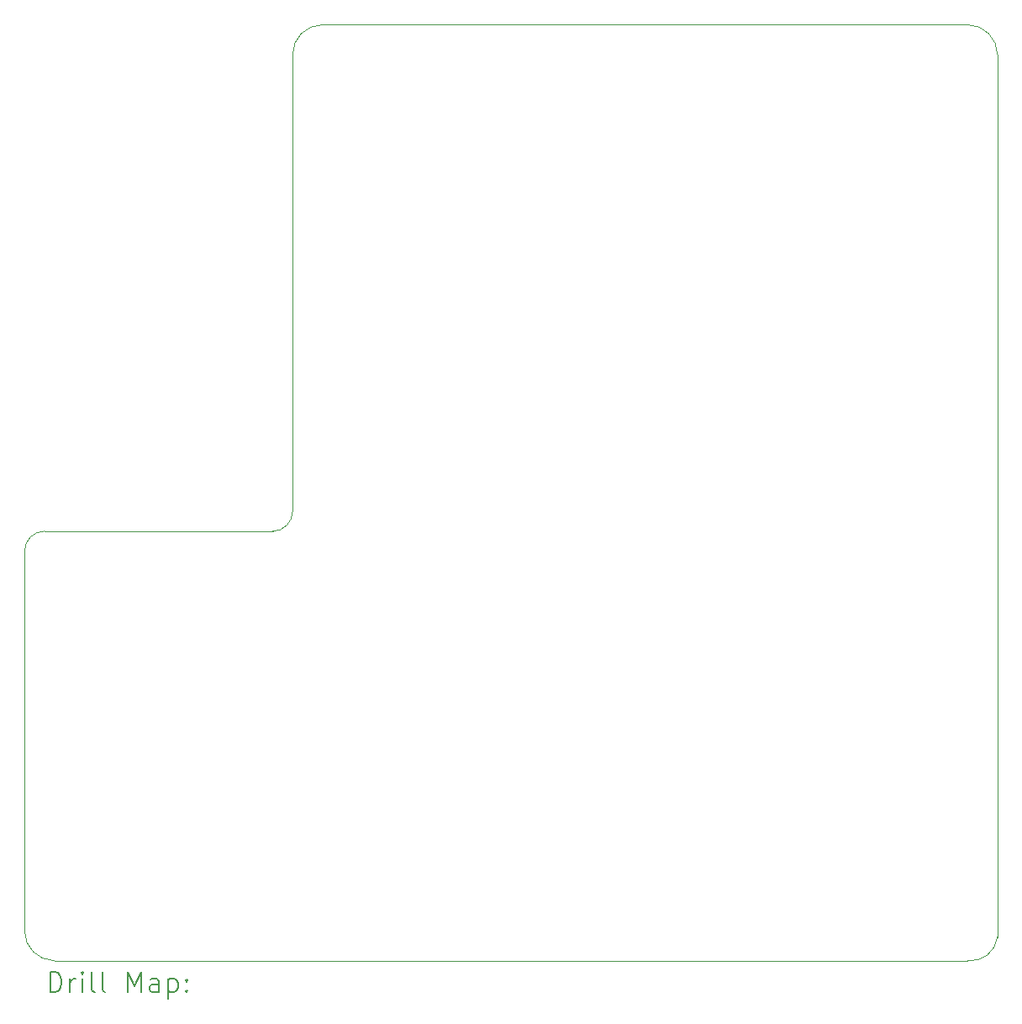
<source format=gbr>
%TF.GenerationSoftware,KiCad,Pcbnew,8.0.3*%
%TF.CreationDate,2024-09-22T19:56:22+01:00*%
%TF.ProjectId,BetetrDom,42657465-7472-4446-9f6d-2e6b69636164,rev?*%
%TF.SameCoordinates,Original*%
%TF.FileFunction,Drillmap*%
%TF.FilePolarity,Positive*%
%FSLAX45Y45*%
G04 Gerber Fmt 4.5, Leading zero omitted, Abs format (unit mm)*
G04 Created by KiCad (PCBNEW 8.0.3) date 2024-09-22 19:56:22*
%MOMM*%
%LPD*%
G01*
G04 APERTURE LIST*
%ADD10C,0.050000*%
%ADD11C,0.200000*%
G04 APERTURE END LIST*
D10*
X14400000Y-4900000D02*
X7900000Y-4900000D01*
X7600000Y-5200000D02*
G75*
G02*
X7900000Y-4900000I300000J0D01*
G01*
X14700000Y-13600000D02*
X14700000Y-5200000D01*
X5200000Y-14325000D02*
G75*
G02*
X4900000Y-14025000I0J300000D01*
G01*
X14700000Y-14087868D02*
G75*
G02*
X14400000Y-14325001I-268570J31438D01*
G01*
X14400000Y-4900000D02*
G75*
G02*
X14700000Y-5200000I0J-300000D01*
G01*
X4900000Y-10200000D02*
X4900000Y-14025000D01*
X5200000Y-14325000D02*
X14400000Y-14325000D01*
X7600000Y-5200000D02*
X7600000Y-9800000D01*
X7400000Y-10000000D02*
X5100000Y-10000000D01*
X14700000Y-14087868D02*
X14700000Y-13600000D01*
X4900000Y-10200000D02*
G75*
G02*
X5100000Y-10000000I200000J0D01*
G01*
X7600000Y-9800000D02*
G75*
G02*
X7400000Y-10000000I-200000J0D01*
G01*
D11*
X5158277Y-14640818D02*
X5158277Y-14440818D01*
X5158277Y-14440818D02*
X5205896Y-14440818D01*
X5205896Y-14440818D02*
X5234467Y-14450341D01*
X5234467Y-14450341D02*
X5253515Y-14469389D01*
X5253515Y-14469389D02*
X5263039Y-14488437D01*
X5263039Y-14488437D02*
X5272563Y-14526532D01*
X5272563Y-14526532D02*
X5272563Y-14555103D01*
X5272563Y-14555103D02*
X5263039Y-14593198D01*
X5263039Y-14593198D02*
X5253515Y-14612246D01*
X5253515Y-14612246D02*
X5234467Y-14631294D01*
X5234467Y-14631294D02*
X5205896Y-14640818D01*
X5205896Y-14640818D02*
X5158277Y-14640818D01*
X5358277Y-14640818D02*
X5358277Y-14507484D01*
X5358277Y-14545579D02*
X5367801Y-14526532D01*
X5367801Y-14526532D02*
X5377324Y-14517008D01*
X5377324Y-14517008D02*
X5396372Y-14507484D01*
X5396372Y-14507484D02*
X5415420Y-14507484D01*
X5482086Y-14640818D02*
X5482086Y-14507484D01*
X5482086Y-14440818D02*
X5472563Y-14450341D01*
X5472563Y-14450341D02*
X5482086Y-14459865D01*
X5482086Y-14459865D02*
X5491610Y-14450341D01*
X5491610Y-14450341D02*
X5482086Y-14440818D01*
X5482086Y-14440818D02*
X5482086Y-14459865D01*
X5605896Y-14640818D02*
X5586848Y-14631294D01*
X5586848Y-14631294D02*
X5577324Y-14612246D01*
X5577324Y-14612246D02*
X5577324Y-14440818D01*
X5710658Y-14640818D02*
X5691610Y-14631294D01*
X5691610Y-14631294D02*
X5682086Y-14612246D01*
X5682086Y-14612246D02*
X5682086Y-14440818D01*
X5939229Y-14640818D02*
X5939229Y-14440818D01*
X5939229Y-14440818D02*
X6005896Y-14583675D01*
X6005896Y-14583675D02*
X6072562Y-14440818D01*
X6072562Y-14440818D02*
X6072562Y-14640818D01*
X6253515Y-14640818D02*
X6253515Y-14536056D01*
X6253515Y-14536056D02*
X6243991Y-14517008D01*
X6243991Y-14517008D02*
X6224943Y-14507484D01*
X6224943Y-14507484D02*
X6186848Y-14507484D01*
X6186848Y-14507484D02*
X6167801Y-14517008D01*
X6253515Y-14631294D02*
X6234467Y-14640818D01*
X6234467Y-14640818D02*
X6186848Y-14640818D01*
X6186848Y-14640818D02*
X6167801Y-14631294D01*
X6167801Y-14631294D02*
X6158277Y-14612246D01*
X6158277Y-14612246D02*
X6158277Y-14593198D01*
X6158277Y-14593198D02*
X6167801Y-14574151D01*
X6167801Y-14574151D02*
X6186848Y-14564627D01*
X6186848Y-14564627D02*
X6234467Y-14564627D01*
X6234467Y-14564627D02*
X6253515Y-14555103D01*
X6348753Y-14507484D02*
X6348753Y-14707484D01*
X6348753Y-14517008D02*
X6367801Y-14507484D01*
X6367801Y-14507484D02*
X6405896Y-14507484D01*
X6405896Y-14507484D02*
X6424943Y-14517008D01*
X6424943Y-14517008D02*
X6434467Y-14526532D01*
X6434467Y-14526532D02*
X6443991Y-14545579D01*
X6443991Y-14545579D02*
X6443991Y-14602722D01*
X6443991Y-14602722D02*
X6434467Y-14621770D01*
X6434467Y-14621770D02*
X6424943Y-14631294D01*
X6424943Y-14631294D02*
X6405896Y-14640818D01*
X6405896Y-14640818D02*
X6367801Y-14640818D01*
X6367801Y-14640818D02*
X6348753Y-14631294D01*
X6529705Y-14621770D02*
X6539229Y-14631294D01*
X6539229Y-14631294D02*
X6529705Y-14640818D01*
X6529705Y-14640818D02*
X6520182Y-14631294D01*
X6520182Y-14631294D02*
X6529705Y-14621770D01*
X6529705Y-14621770D02*
X6529705Y-14640818D01*
X6529705Y-14517008D02*
X6539229Y-14526532D01*
X6539229Y-14526532D02*
X6529705Y-14536056D01*
X6529705Y-14536056D02*
X6520182Y-14526532D01*
X6520182Y-14526532D02*
X6529705Y-14517008D01*
X6529705Y-14517008D02*
X6529705Y-14536056D01*
M02*

</source>
